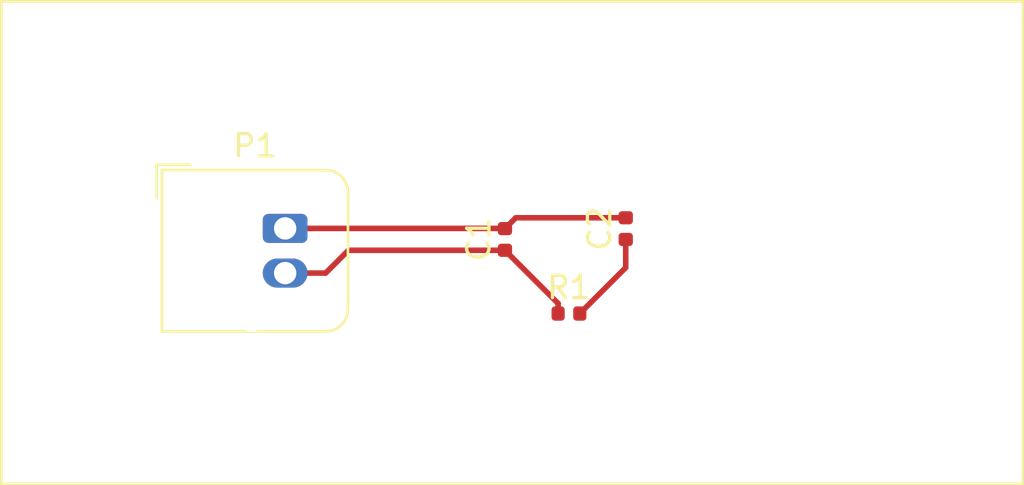
<source format=kicad_pcb>
(kicad_pcb (version 20171130) (host pcbnew 5.1.0)

  (general
    (thickness 1.6)
    (drawings 4)
    (tracks 12)
    (zones 0)
    (modules 4)
    (nets 4)
  )

  (page A4)
  (layers
    (0 F.Cu signal)
    (31 B.Cu signal)
    (32 B.Adhes user)
    (33 F.Adhes user)
    (34 B.Paste user)
    (35 F.Paste user)
    (36 B.SilkS user)
    (37 F.SilkS user)
    (38 B.Mask user)
    (39 F.Mask user)
    (40 Dwgs.User user)
    (41 Cmts.User user)
    (42 Eco1.User user)
    (43 Eco2.User user)
    (44 Edge.Cuts user)
    (45 Margin user)
    (46 B.CrtYd user)
    (47 F.CrtYd user)
    (48 B.Fab user)
    (49 F.Fab user)
  )

  (setup
    (last_trace_width 0.25)
    (trace_clearance 0.2)
    (zone_clearance 0.508)
    (zone_45_only no)
    (trace_min 0.2)
    (via_size 0.8)
    (via_drill 0.4)
    (via_min_size 0.4)
    (via_min_drill 0.3)
    (uvia_size 0.3)
    (uvia_drill 0.1)
    (uvias_allowed no)
    (uvia_min_size 0.2)
    (uvia_min_drill 0.1)
    (edge_width 0.05)
    (segment_width 0.2)
    (pcb_text_width 0.3)
    (pcb_text_size 1.5 1.5)
    (mod_edge_width 0.12)
    (mod_text_size 1 1)
    (mod_text_width 0.15)
    (pad_size 1.524 1.524)
    (pad_drill 0.762)
    (pad_to_mask_clearance 0.051)
    (solder_mask_min_width 0.25)
    (aux_axis_origin 0 0)
    (visible_elements FFFFFF7F)
    (pcbplotparams
      (layerselection 0x010fc_ffffffff)
      (usegerberextensions false)
      (usegerberattributes false)
      (usegerberadvancedattributes false)
      (creategerberjobfile false)
      (excludeedgelayer true)
      (linewidth 0.100000)
      (plotframeref false)
      (viasonmask false)
      (mode 1)
      (useauxorigin false)
      (hpglpennumber 1)
      (hpglpenspeed 20)
      (hpglpendiameter 15.000000)
      (psnegative false)
      (psa4output false)
      (plotreference true)
      (plotvalue true)
      (plotinvisibletext false)
      (padsonsilk false)
      (subtractmaskfromsilk false)
      (outputformat 1)
      (mirror false)
      (drillshape 1)
      (scaleselection 1)
      (outputdirectory ""))
  )

  (net 0 "")
  (net 1 /Power/VCC)
  (net 2 GND)
  (net 3 "Net-(C2-Pad1)")

  (net_class Default "This is the default net class."
    (clearance 0.2)
    (trace_width 0.25)
    (via_dia 0.8)
    (via_drill 0.4)
    (uvia_dia 0.3)
    (uvia_drill 0.1)
    (add_net /Power/VCC)
    (add_net GND)
    (add_net "Net-(C2-Pad1)")
  )

  (module Capacitor_SMD:C_0402_1005Metric (layer F.Cu) (tedit 5B301BBE) (tstamp 5CA72801)
    (at 164.775001 80.505001 90)
    (descr "Capacitor SMD 0402 (1005 Metric), square (rectangular) end terminal, IPC_7351 nominal, (Body size source: http://www.tortai-tech.com/upload/download/2011102023233369053.pdf), generated with kicad-footprint-generator")
    (tags capacitor)
    (path /5CA71704/5CA745A6)
    (attr smd)
    (fp_text reference C1 (at 0 -1.17 90) (layer F.SilkS)
      (effects (font (size 1 1) (thickness 0.15)))
    )
    (fp_text value C (at 0 1.17 90) (layer F.Fab)
      (effects (font (size 1 1) (thickness 0.15)))
    )
    (fp_line (start -0.5 0.25) (end -0.5 -0.25) (layer F.Fab) (width 0.1))
    (fp_line (start -0.5 -0.25) (end 0.5 -0.25) (layer F.Fab) (width 0.1))
    (fp_line (start 0.5 -0.25) (end 0.5 0.25) (layer F.Fab) (width 0.1))
    (fp_line (start 0.5 0.25) (end -0.5 0.25) (layer F.Fab) (width 0.1))
    (fp_line (start -0.93 0.47) (end -0.93 -0.47) (layer F.CrtYd) (width 0.05))
    (fp_line (start -0.93 -0.47) (end 0.93 -0.47) (layer F.CrtYd) (width 0.05))
    (fp_line (start 0.93 -0.47) (end 0.93 0.47) (layer F.CrtYd) (width 0.05))
    (fp_line (start 0.93 0.47) (end -0.93 0.47) (layer F.CrtYd) (width 0.05))
    (fp_text user %R (at 0 0 90) (layer F.Fab)
      (effects (font (size 0.25 0.25) (thickness 0.04)))
    )
    (pad 1 smd roundrect (at -0.485 0 90) (size 0.59 0.64) (layers F.Cu F.Paste F.Mask) (roundrect_rratio 0.25)
      (net 1 /Power/VCC))
    (pad 2 smd roundrect (at 0.485 0 90) (size 0.59 0.64) (layers F.Cu F.Paste F.Mask) (roundrect_rratio 0.25)
      (net 2 GND))
    (model ${KISYS3DMOD}/Capacitor_SMD.3dshapes/C_0402_1005Metric.wrl
      (at (xyz 0 0 0))
      (scale (xyz 1 1 1))
      (rotate (xyz 0 0 0))
    )
  )

  (module Capacitor_SMD:C_0402_1005Metric (layer F.Cu) (tedit 5B301BBE) (tstamp 5CA72810)
    (at 170.18 80.020001 90)
    (descr "Capacitor SMD 0402 (1005 Metric), square (rectangular) end terminal, IPC_7351 nominal, (Body size source: http://www.tortai-tech.com/upload/download/2011102023233369053.pdf), generated with kicad-footprint-generator")
    (tags capacitor)
    (path /5CA75BC1/5CA76352)
    (attr smd)
    (fp_text reference C2 (at 0 -1.17 90) (layer F.SilkS)
      (effects (font (size 1 1) (thickness 0.15)))
    )
    (fp_text value C (at 0 1.17 90) (layer F.Fab)
      (effects (font (size 1 1) (thickness 0.15)))
    )
    (fp_text user %R (at 0 0 90) (layer F.Fab)
      (effects (font (size 0.25 0.25) (thickness 0.04)))
    )
    (fp_line (start 0.93 0.47) (end -0.93 0.47) (layer F.CrtYd) (width 0.05))
    (fp_line (start 0.93 -0.47) (end 0.93 0.47) (layer F.CrtYd) (width 0.05))
    (fp_line (start -0.93 -0.47) (end 0.93 -0.47) (layer F.CrtYd) (width 0.05))
    (fp_line (start -0.93 0.47) (end -0.93 -0.47) (layer F.CrtYd) (width 0.05))
    (fp_line (start 0.5 0.25) (end -0.5 0.25) (layer F.Fab) (width 0.1))
    (fp_line (start 0.5 -0.25) (end 0.5 0.25) (layer F.Fab) (width 0.1))
    (fp_line (start -0.5 -0.25) (end 0.5 -0.25) (layer F.Fab) (width 0.1))
    (fp_line (start -0.5 0.25) (end -0.5 -0.25) (layer F.Fab) (width 0.1))
    (pad 2 smd roundrect (at 0.485 0 90) (size 0.59 0.64) (layers F.Cu F.Paste F.Mask) (roundrect_rratio 0.25)
      (net 2 GND))
    (pad 1 smd roundrect (at -0.485 0 90) (size 0.59 0.64) (layers F.Cu F.Paste F.Mask) (roundrect_rratio 0.25)
      (net 3 "Net-(C2-Pad1)"))
    (model ${KISYS3DMOD}/Capacitor_SMD.3dshapes/C_0402_1005Metric.wrl
      (at (xyz 0 0 0))
      (scale (xyz 1 1 1))
      (rotate (xyz 0 0 0))
    )
  )

  (module Connector_JST:JST_JWPF_B02B-JWPF-SK-R_1x02_P2.00mm_Vertical (layer F.Cu) (tedit 5B772B89) (tstamp 5CA7282D)
    (at 154.94 80.01)
    (descr "JST JWPF series connector, B02B-JWPF-SK-R (http://www.jst-mfg.com/product/pdf/eng/eJWPF1.pdf), generated with kicad-footprint-generator")
    (tags "connector JST JWPF side entry")
    (path /5CA71704/5CA714F2)
    (fp_text reference P1 (at -1.35 -3.7) (layer F.SilkS)
      (effects (font (size 1 1) (thickness 0.15)))
    )
    (fp_text value CONN_01X02 (at -1.35 5.7) (layer F.Fab)
      (effects (font (size 1 1) (thickness 0.15)))
    )
    (fp_arc (start 1.7 -1.5) (end 1.7 -2.5) (angle 90) (layer F.Fab) (width 0.1))
    (fp_arc (start 1.7 3.5) (end 2.7 3.5) (angle 90) (layer F.Fab) (width 0.1))
    (fp_arc (start 1.81 -1.61) (end 1.81 -2.61) (angle 90) (layer F.SilkS) (width 0.12))
    (fp_arc (start 1.81 3.61) (end 2.81 3.61) (angle 90) (layer F.SilkS) (width 0.12))
    (fp_line (start -5.9 -3) (end -5.9 5) (layer F.CrtYd) (width 0.05))
    (fp_line (start -5.9 5) (end 3.2 5) (layer F.CrtYd) (width 0.05))
    (fp_line (start 3.2 5) (end 3.2 -3) (layer F.CrtYd) (width 0.05))
    (fp_line (start 3.2 -3) (end -5.9 -3) (layer F.CrtYd) (width 0.05))
    (fp_line (start 1.7 -2.5) (end -5.4 -2.5) (layer F.Fab) (width 0.1))
    (fp_line (start -5.4 -2.5) (end -5.4 4.5) (layer F.Fab) (width 0.1))
    (fp_line (start -5.4 4.5) (end 1.7 4.5) (layer F.Fab) (width 0.1))
    (fp_line (start 2.7 -1.5) (end 2.7 3.5) (layer F.Fab) (width 0.1))
    (fp_line (start 1.81 -2.61) (end -5.51 -2.61) (layer F.SilkS) (width 0.12))
    (fp_line (start -5.51 -2.61) (end -5.51 4.61) (layer F.SilkS) (width 0.12))
    (fp_line (start -5.51 4.61) (end 1.81 4.61) (layer F.SilkS) (width 0.12))
    (fp_line (start 2.81 -1.61) (end 2.81 3.61) (layer F.SilkS) (width 0.12))
    (fp_line (start -5.75 -1.35) (end -5.75 -2.85) (layer F.SilkS) (width 0.12))
    (fp_line (start -5.75 -2.85) (end -4.25 -2.85) (layer F.SilkS) (width 0.12))
    (fp_line (start -0.375 -1.9) (end 0.375 -1.9) (layer F.Fab) (width 0.1))
    (fp_line (start 0.375 -1.9) (end 0 -1.15) (layer F.Fab) (width 0.1))
    (fp_line (start 0 -1.15) (end -0.375 -1.9) (layer F.Fab) (width 0.1))
    (fp_text user %R (at -4.7 1 90) (layer F.Fab)
      (effects (font (size 1 1) (thickness 0.15)))
    )
    (pad 1 thru_hole roundrect (at 0 0) (size 2 1.3) (drill 1) (layers *.Cu *.Mask) (roundrect_rratio 0.192308)
      (net 2 GND))
    (pad 2 thru_hole oval (at 0 2) (size 2 1.3) (drill 1) (layers *.Cu *.Mask)
      (net 1 /Power/VCC))
    (pad "" np_thru_hole circle (at -1.5 4.05) (size 1.15 1.15) (drill 1.15) (layers *.Cu *.Mask))
    (model ${KISYS3DMOD}/Connector_JST.3dshapes/JST_JWPF_B02B-JWPF-SK-R_1x02_P2.00mm_Vertical.wrl
      (at (xyz 0 0 0))
      (scale (xyz 1 1 1))
      (rotate (xyz 0 0 0))
    )
  )

  (module Resistor_SMD:R_0402_1005Metric (layer F.Cu) (tedit 5B301BBD) (tstamp 5CA7283C)
    (at 167.64 83.82)
    (descr "Resistor SMD 0402 (1005 Metric), square (rectangular) end terminal, IPC_7351 nominal, (Body size source: http://www.tortai-tech.com/upload/download/2011102023233369053.pdf), generated with kicad-footprint-generator")
    (tags resistor)
    (path /5CA75BC1/5CA75C86)
    (attr smd)
    (fp_text reference R1 (at 0 -1.17) (layer F.SilkS)
      (effects (font (size 1 1) (thickness 0.15)))
    )
    (fp_text value R (at 0 1.17) (layer F.Fab)
      (effects (font (size 1 1) (thickness 0.15)))
    )
    (fp_line (start -0.5 0.25) (end -0.5 -0.25) (layer F.Fab) (width 0.1))
    (fp_line (start -0.5 -0.25) (end 0.5 -0.25) (layer F.Fab) (width 0.1))
    (fp_line (start 0.5 -0.25) (end 0.5 0.25) (layer F.Fab) (width 0.1))
    (fp_line (start 0.5 0.25) (end -0.5 0.25) (layer F.Fab) (width 0.1))
    (fp_line (start -0.93 0.47) (end -0.93 -0.47) (layer F.CrtYd) (width 0.05))
    (fp_line (start -0.93 -0.47) (end 0.93 -0.47) (layer F.CrtYd) (width 0.05))
    (fp_line (start 0.93 -0.47) (end 0.93 0.47) (layer F.CrtYd) (width 0.05))
    (fp_line (start 0.93 0.47) (end -0.93 0.47) (layer F.CrtYd) (width 0.05))
    (fp_text user %R (at 0 0) (layer F.Fab)
      (effects (font (size 0.25 0.25) (thickness 0.04)))
    )
    (pad 1 smd roundrect (at -0.485 0) (size 0.59 0.64) (layers F.Cu F.Paste F.Mask) (roundrect_rratio 0.25)
      (net 1 /Power/VCC))
    (pad 2 smd roundrect (at 0.485 0) (size 0.59 0.64) (layers F.Cu F.Paste F.Mask) (roundrect_rratio 0.25)
      (net 3 "Net-(C2-Pad1)"))
    (model ${KISYS3DMOD}/Resistor_SMD.3dshapes/R_0402_1005Metric.wrl
      (at (xyz 0 0 0))
      (scale (xyz 1 1 1))
      (rotate (xyz 0 0 0))
    )
  )

  (gr_line (start 187.96 69.85) (end 142.24 69.85) (layer F.SilkS) (width 0.12))
  (gr_line (start 187.96 91.44) (end 187.96 69.85) (layer F.SilkS) (width 0.12))
  (gr_line (start 142.24 91.44) (end 187.96 91.44) (layer F.SilkS) (width 0.12))
  (gr_line (start 142.24 69.85) (end 142.24 91.44) (layer F.SilkS) (width 0.12))

  (segment (start 167.155 83.37) (end 165.1 81.315) (width 0.25) (layer F.Cu) (net 1))
  (segment (start 167.155 83.82) (end 167.155 83.37) (width 0.25) (layer F.Cu) (net 1))
  (segment (start 165.1 81.315) (end 164.775001 80.990001) (width 0.25) (layer F.Cu) (net 1))
  (segment (start 164.775001 80.990001) (end 157.769999 80.990001) (width 0.25) (layer F.Cu) (net 1))
  (segment (start 156.75 82.01) (end 154.94 82.01) (width 0.25) (layer F.Cu) (net 1))
  (segment (start 157.769999 80.990001) (end 156.75 82.01) (width 0.25) (layer F.Cu) (net 1))
  (segment (start 164.765 80.01) (end 164.775001 80.020001) (width 0.25) (layer F.Cu) (net 2))
  (segment (start 154.94 80.01) (end 164.765 80.01) (width 0.25) (layer F.Cu) (net 2))
  (segment (start 165.260001 79.535001) (end 170.18 79.535001) (width 0.25) (layer F.Cu) (net 2))
  (segment (start 164.775001 80.020001) (end 165.260001 79.535001) (width 0.25) (layer F.Cu) (net 2))
  (segment (start 170.18 81.765) (end 168.125 83.82) (width 0.25) (layer F.Cu) (net 3))
  (segment (start 170.18 80.505001) (end 170.18 81.765) (width 0.25) (layer F.Cu) (net 3))

)

</source>
